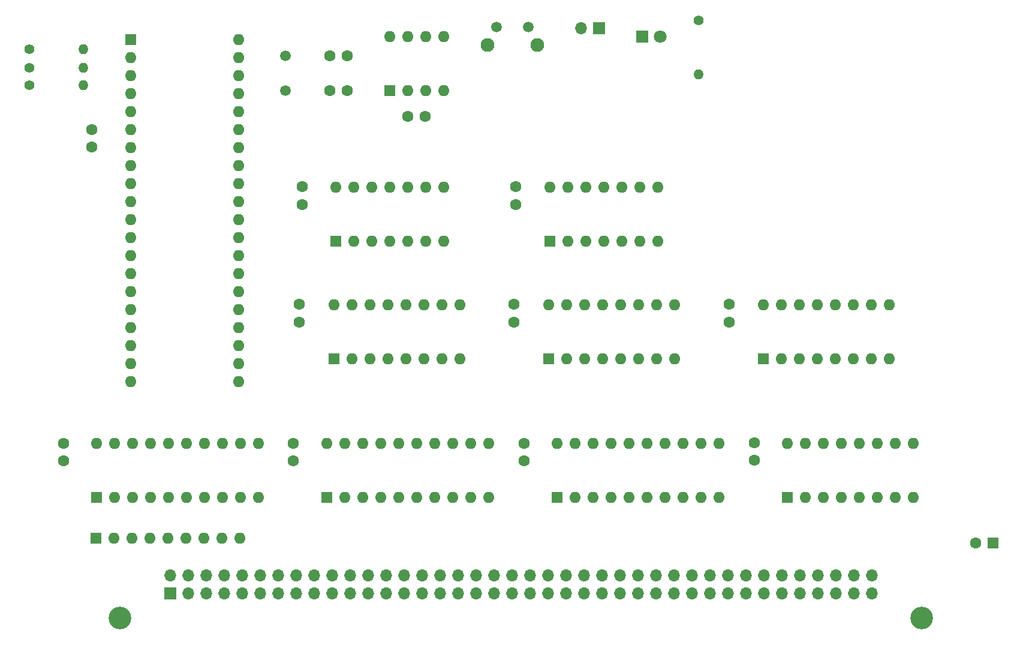
<source format=gbr>
G04 #@! TF.GenerationSoftware,KiCad,Pcbnew,5.1.10-88a1d61d58~88~ubuntu20.04.1*
G04 #@! TF.CreationDate,2021-05-20T09:01:22-04:00*
G04 #@! TF.ProjectId,CPUandGlueLogic,43505561-6e64-4476-9c75-654c6f676963,1*
G04 #@! TF.SameCoordinates,Original*
G04 #@! TF.FileFunction,Soldermask,Bot*
G04 #@! TF.FilePolarity,Negative*
%FSLAX46Y46*%
G04 Gerber Fmt 4.6, Leading zero omitted, Abs format (unit mm)*
G04 Created by KiCad (PCBNEW 5.1.10-88a1d61d58~88~ubuntu20.04.1) date 2021-05-20 09:01:22*
%MOMM*%
%LPD*%
G01*
G04 APERTURE LIST*
%ADD10C,3.200000*%
%ADD11R,1.700000X1.700000*%
%ADD12O,1.700000X1.700000*%
%ADD13C,1.950000*%
%ADD14C,1.498000*%
%ADD15O,1.600000X1.600000*%
%ADD16R,1.600000X1.600000*%
%ADD17C,1.600000*%
%ADD18C,1.800000*%
%ADD19R,1.800000X1.800000*%
%ADD20O,1.400000X1.400000*%
%ADD21C,1.400000*%
%ADD22C,1.500000*%
G04 APERTURE END LIST*
D10*
X18400000Y-86500000D03*
X131600000Y-86500000D03*
D11*
X25470000Y-83000000D03*
D12*
X25470000Y-80460000D03*
X28010000Y-83000000D03*
X28010000Y-80460000D03*
X30550000Y-83000000D03*
X30550000Y-80460000D03*
X33090000Y-83000000D03*
X33090000Y-80460000D03*
X35630000Y-83000000D03*
X35630000Y-80460000D03*
X38170000Y-83000000D03*
X38170000Y-80460000D03*
X40710000Y-83000000D03*
X40710000Y-80460000D03*
X43250000Y-83000000D03*
X43250000Y-80460000D03*
X45790000Y-83000000D03*
X45790000Y-80460000D03*
X48330000Y-83000000D03*
X48330000Y-80460000D03*
X50870000Y-83000000D03*
X50870000Y-80460000D03*
X53410000Y-83000000D03*
X53410000Y-80460000D03*
X55950000Y-83000000D03*
X55950000Y-80460000D03*
X58490000Y-83000000D03*
X58490000Y-80460000D03*
X61030000Y-83000000D03*
X61030000Y-80460000D03*
X63570000Y-83000000D03*
X63570000Y-80460000D03*
X66110000Y-83000000D03*
X66110000Y-80460000D03*
X68650000Y-83000000D03*
X68650000Y-80460000D03*
X71190000Y-83000000D03*
X71190000Y-80460000D03*
X73730000Y-83000000D03*
X73730000Y-80460000D03*
X76270000Y-83000000D03*
X76270000Y-80460000D03*
X78810000Y-83000000D03*
X78810000Y-80460000D03*
X81350000Y-83000000D03*
X81350000Y-80460000D03*
X83890000Y-83000000D03*
X83890000Y-80460000D03*
X86430000Y-83000000D03*
X86430000Y-80460000D03*
X88970000Y-83000000D03*
X88970000Y-80460000D03*
X91510000Y-83000000D03*
X91510000Y-80460000D03*
X94050000Y-83000000D03*
X94050000Y-80460000D03*
X96590000Y-83000000D03*
X96590000Y-80460000D03*
X99130000Y-83000000D03*
X99130000Y-80460000D03*
X101670000Y-83000000D03*
X101670000Y-80460000D03*
X104210000Y-83000000D03*
X104210000Y-80460000D03*
X106750000Y-83000000D03*
X106750000Y-80460000D03*
X109290000Y-83000000D03*
X109290000Y-80460000D03*
X111830000Y-83000000D03*
X111830000Y-80460000D03*
X114370000Y-83000000D03*
X114370000Y-80460000D03*
X116910000Y-83000000D03*
X116910000Y-80460000D03*
X119450000Y-83000000D03*
X119450000Y-80460000D03*
X121990000Y-83000000D03*
X121990000Y-80460000D03*
X124530000Y-83000000D03*
X124530000Y-80460000D03*
D13*
X70295000Y-5590000D03*
X77305000Y-5590000D03*
D14*
X71550000Y-3100000D03*
X76050000Y-3100000D03*
D15*
X48900000Y-25680000D03*
X64140000Y-33300000D03*
X51440000Y-25680000D03*
X61600000Y-33300000D03*
X53980000Y-25680000D03*
X59060000Y-33300000D03*
X56520000Y-25680000D03*
X56520000Y-33300000D03*
X59060000Y-25680000D03*
X53980000Y-33300000D03*
X61600000Y-25680000D03*
X51440000Y-33300000D03*
X64140000Y-25680000D03*
D16*
X48900000Y-33300000D03*
X141700000Y-75900000D03*
D17*
X139200000Y-75900000D03*
X75500000Y-64300000D03*
X75500000Y-61800000D03*
X42900000Y-61800000D03*
X42900000Y-64300000D03*
X10400000Y-64300000D03*
X10400000Y-61800000D03*
X108000000Y-61700000D03*
X108000000Y-64200000D03*
X61500000Y-15700000D03*
X59000000Y-15700000D03*
X14400000Y-17500000D03*
X14400000Y-20000000D03*
X74300000Y-28100000D03*
X74300000Y-25600000D03*
X44100000Y-25600000D03*
X44100000Y-28100000D03*
X74000000Y-42200000D03*
X74000000Y-44700000D03*
X104400000Y-44700000D03*
X104400000Y-42200000D03*
X43700000Y-44700000D03*
X43700000Y-42200000D03*
X50500000Y-7100000D03*
X48000000Y-7100000D03*
X48000000Y-12000000D03*
X50500000Y-12000000D03*
D18*
X94640000Y-4400000D03*
D19*
X92100000Y-4400000D03*
D12*
X83460000Y-3200000D03*
D11*
X86000000Y-3200000D03*
D20*
X100100000Y-9720000D03*
D21*
X100100000Y-2100000D03*
X5600000Y-11300000D03*
D20*
X13220000Y-11300000D03*
X13220000Y-8800000D03*
D21*
X5600000Y-8800000D03*
X5600000Y-6200000D03*
D20*
X13220000Y-6200000D03*
D16*
X15000000Y-75200000D03*
D15*
X17540000Y-75200000D03*
X20080000Y-75200000D03*
X22620000Y-75200000D03*
X25160000Y-75200000D03*
X27700000Y-75200000D03*
X30240000Y-75200000D03*
X32780000Y-75200000D03*
X35320000Y-75200000D03*
X80100000Y-61780000D03*
X102960000Y-69400000D03*
X82640000Y-61780000D03*
X100420000Y-69400000D03*
X85180000Y-61780000D03*
X97880000Y-69400000D03*
X87720000Y-61780000D03*
X95340000Y-69400000D03*
X90260000Y-61780000D03*
X92800000Y-69400000D03*
X92800000Y-61780000D03*
X90260000Y-69400000D03*
X95340000Y-61780000D03*
X87720000Y-69400000D03*
X97880000Y-61780000D03*
X85180000Y-69400000D03*
X100420000Y-61780000D03*
X82640000Y-69400000D03*
X102960000Y-61780000D03*
D16*
X80100000Y-69400000D03*
X47600000Y-69400000D03*
D15*
X70460000Y-61780000D03*
X50140000Y-69400000D03*
X67920000Y-61780000D03*
X52680000Y-69400000D03*
X65380000Y-61780000D03*
X55220000Y-69400000D03*
X62840000Y-61780000D03*
X57760000Y-69400000D03*
X60300000Y-61780000D03*
X60300000Y-69400000D03*
X57760000Y-61780000D03*
X62840000Y-69400000D03*
X55220000Y-61780000D03*
X65380000Y-69400000D03*
X52680000Y-61780000D03*
X67920000Y-69400000D03*
X50140000Y-61780000D03*
X70460000Y-69400000D03*
X47600000Y-61780000D03*
D16*
X15100000Y-69400000D03*
D15*
X37960000Y-61780000D03*
X17640000Y-69400000D03*
X35420000Y-61780000D03*
X20180000Y-69400000D03*
X32880000Y-61780000D03*
X22720000Y-69400000D03*
X30340000Y-61780000D03*
X25260000Y-69400000D03*
X27800000Y-61780000D03*
X27800000Y-69400000D03*
X25260000Y-61780000D03*
X30340000Y-69400000D03*
X22720000Y-61780000D03*
X32880000Y-69400000D03*
X20180000Y-61780000D03*
X35420000Y-69400000D03*
X17640000Y-61780000D03*
X37960000Y-69400000D03*
X15100000Y-61780000D03*
D16*
X112600000Y-69400000D03*
D15*
X130380000Y-61780000D03*
X115140000Y-69400000D03*
X127840000Y-61780000D03*
X117680000Y-69400000D03*
X125300000Y-61780000D03*
X120220000Y-69400000D03*
X122760000Y-61780000D03*
X122760000Y-69400000D03*
X120220000Y-61780000D03*
X125300000Y-69400000D03*
X117680000Y-61780000D03*
X127840000Y-69400000D03*
X115140000Y-61780000D03*
X130380000Y-69400000D03*
X112600000Y-61780000D03*
X56500000Y-4380000D03*
X64120000Y-12000000D03*
X59040000Y-4380000D03*
X61580000Y-12000000D03*
X61580000Y-4380000D03*
X59040000Y-12000000D03*
X64120000Y-4380000D03*
D16*
X56500000Y-12000000D03*
D15*
X35140000Y-4800000D03*
X19900000Y-53060000D03*
X35140000Y-7340000D03*
X19900000Y-50520000D03*
X35140000Y-9880000D03*
X19900000Y-47980000D03*
X35140000Y-12420000D03*
X19900000Y-45440000D03*
X35140000Y-14960000D03*
X19900000Y-42900000D03*
X35140000Y-17500000D03*
X19900000Y-40360000D03*
X35140000Y-20040000D03*
X19900000Y-37820000D03*
X35140000Y-22580000D03*
X19900000Y-35280000D03*
X35140000Y-25120000D03*
X19900000Y-32740000D03*
X35140000Y-27660000D03*
X19900000Y-30200000D03*
X35140000Y-30200000D03*
X19900000Y-27660000D03*
X35140000Y-32740000D03*
X19900000Y-25120000D03*
X35140000Y-35280000D03*
X19900000Y-22580000D03*
X35140000Y-37820000D03*
X19900000Y-20040000D03*
X35140000Y-40360000D03*
X19900000Y-17500000D03*
X35140000Y-42900000D03*
X19900000Y-14960000D03*
X35140000Y-45440000D03*
X19900000Y-12420000D03*
X35140000Y-47980000D03*
X19900000Y-9880000D03*
X35140000Y-50520000D03*
X19900000Y-7340000D03*
X35140000Y-53060000D03*
D16*
X19900000Y-4800000D03*
X79100000Y-33300000D03*
D15*
X94340000Y-25680000D03*
X81640000Y-33300000D03*
X91800000Y-25680000D03*
X84180000Y-33300000D03*
X89260000Y-25680000D03*
X86720000Y-33300000D03*
X86720000Y-25680000D03*
X89260000Y-33300000D03*
X84180000Y-25680000D03*
X91800000Y-33300000D03*
X81640000Y-25680000D03*
X94340000Y-33300000D03*
X79100000Y-25680000D03*
X78900000Y-42280000D03*
X96680000Y-49900000D03*
X81440000Y-42280000D03*
X94140000Y-49900000D03*
X83980000Y-42280000D03*
X91600000Y-49900000D03*
X86520000Y-42280000D03*
X89060000Y-49900000D03*
X89060000Y-42280000D03*
X86520000Y-49900000D03*
X91600000Y-42280000D03*
X83980000Y-49900000D03*
X94140000Y-42280000D03*
X81440000Y-49900000D03*
X96680000Y-42280000D03*
D16*
X78900000Y-49900000D03*
D15*
X109200000Y-42280000D03*
X126980000Y-49900000D03*
X111740000Y-42280000D03*
X124440000Y-49900000D03*
X114280000Y-42280000D03*
X121900000Y-49900000D03*
X116820000Y-42280000D03*
X119360000Y-49900000D03*
X119360000Y-42280000D03*
X116820000Y-49900000D03*
X121900000Y-42280000D03*
X114280000Y-49900000D03*
X124440000Y-42280000D03*
X111740000Y-49900000D03*
X126980000Y-42280000D03*
D16*
X109200000Y-49900000D03*
X48600000Y-49900000D03*
D15*
X66380000Y-42280000D03*
X51140000Y-49900000D03*
X63840000Y-42280000D03*
X53680000Y-49900000D03*
X61300000Y-42280000D03*
X56220000Y-49900000D03*
X58760000Y-42280000D03*
X58760000Y-49900000D03*
X56220000Y-42280000D03*
X61300000Y-49900000D03*
X53680000Y-42280000D03*
X63840000Y-49900000D03*
X51140000Y-42280000D03*
X66380000Y-49900000D03*
X48600000Y-42280000D03*
D22*
X41800000Y-7100000D03*
X41800000Y-12000000D03*
M02*

</source>
